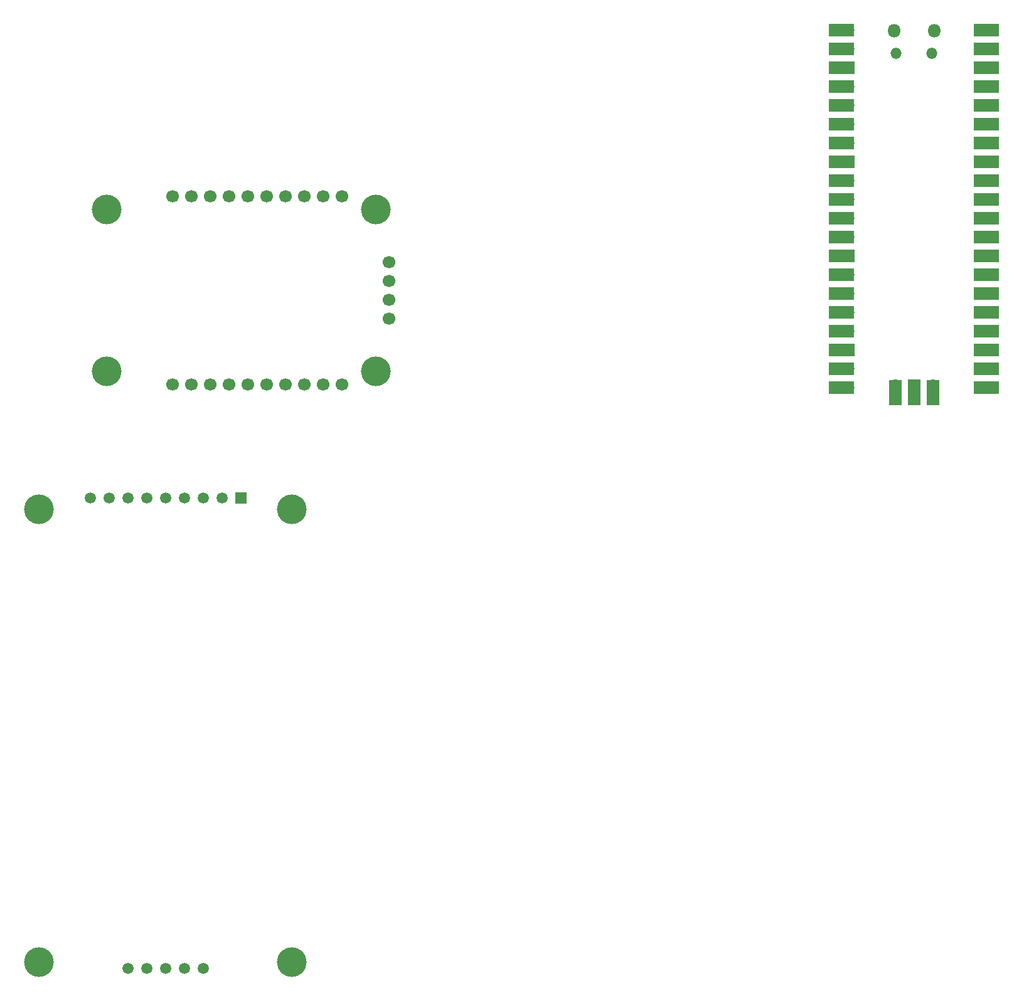
<source format=gbr>
%TF.GenerationSoftware,KiCad,Pcbnew,9.0.2*%
%TF.CreationDate,2025-05-23T00:22:39+05:30*%
%TF.ProjectId,Indira_Setu,496e6469-7261-45f5-9365-74752e6b6963,rev?*%
%TF.SameCoordinates,Original*%
%TF.FileFunction,Soldermask,Top*%
%TF.FilePolarity,Negative*%
%FSLAX46Y46*%
G04 Gerber Fmt 4.6, Leading zero omitted, Abs format (unit mm)*
G04 Created by KiCad (PCBNEW 9.0.2) date 2025-05-23 00:22:39*
%MOMM*%
%LPD*%
G01*
G04 APERTURE LIST*
%ADD10C,4.000000*%
%ADD11R,1.500000X1.500000*%
%ADD12C,1.500000*%
%ADD13O,1.800000X1.800000*%
%ADD14O,1.500000X1.500000*%
%ADD15O,1.700000X1.700000*%
%ADD16R,3.500000X1.700000*%
%ADD17R,1.700000X1.700000*%
%ADD18R,1.700000X3.500000*%
%ADD19C,1.700000*%
G04 APERTURE END LIST*
D10*
%TO.C,U2*%
X82550000Y-97042500D03*
X48450000Y-97042500D03*
X82550000Y-158242500D03*
X48450000Y-158242500D03*
D11*
X75660000Y-95542500D03*
D12*
X73120000Y-95542500D03*
X70580000Y-95542500D03*
X68040000Y-95542500D03*
X65500000Y-95542500D03*
X62960000Y-95542500D03*
X60420000Y-95542500D03*
X57880000Y-95542500D03*
X55340000Y-95542500D03*
X70580000Y-159062500D03*
X68040000Y-159062500D03*
X65500000Y-159062500D03*
X62960000Y-159062500D03*
X60420000Y-159062500D03*
%TD*%
D13*
%TO.C,U1*%
X163775000Y-32500000D03*
D14*
X164075000Y-35530000D03*
X168925000Y-35530000D03*
D13*
X169225000Y-32500000D03*
D15*
X157610000Y-32370000D03*
D16*
X156710000Y-32370000D03*
D15*
X157610000Y-34910000D03*
D16*
X156710000Y-34910000D03*
D17*
X157610000Y-37450000D03*
D16*
X156710000Y-37450000D03*
D15*
X157610000Y-39990000D03*
D16*
X156710000Y-39990000D03*
D15*
X157610000Y-42530000D03*
D16*
X156710000Y-42530000D03*
D15*
X157610000Y-45070000D03*
D16*
X156710000Y-45070000D03*
D15*
X157610000Y-47610000D03*
D16*
X156710000Y-47610000D03*
D17*
X157610000Y-50150000D03*
D16*
X156710000Y-50150000D03*
D15*
X157610000Y-52690000D03*
D16*
X156710000Y-52690000D03*
D15*
X157610000Y-55230000D03*
D16*
X156710000Y-55230000D03*
D15*
X157610000Y-57770000D03*
D16*
X156710000Y-57770000D03*
D15*
X157610000Y-60310000D03*
D16*
X156710000Y-60310000D03*
D17*
X157610000Y-62850000D03*
D16*
X156710000Y-62850000D03*
D15*
X157610000Y-65390000D03*
D16*
X156710000Y-65390000D03*
D15*
X157610000Y-67930000D03*
D16*
X156710000Y-67930000D03*
D15*
X157610000Y-70470000D03*
D16*
X156710000Y-70470000D03*
D15*
X157610000Y-73010000D03*
D16*
X156710000Y-73010000D03*
D17*
X157610000Y-75550000D03*
D16*
X156710000Y-75550000D03*
D15*
X157610000Y-78090000D03*
D16*
X156710000Y-78090000D03*
D15*
X157610000Y-80630000D03*
D16*
X156710000Y-80630000D03*
D15*
X175390000Y-80630000D03*
D16*
X176290000Y-80630000D03*
D15*
X175390000Y-78090000D03*
D16*
X176290000Y-78090000D03*
D17*
X175390000Y-75550000D03*
D16*
X176290000Y-75550000D03*
D15*
X175390000Y-73010000D03*
D16*
X176290000Y-73010000D03*
D15*
X175390000Y-70470000D03*
D16*
X176290000Y-70470000D03*
D15*
X175390000Y-67930000D03*
D16*
X176290000Y-67930000D03*
D15*
X175390000Y-65390000D03*
D16*
X176290000Y-65390000D03*
D17*
X175390000Y-62850000D03*
D16*
X176290000Y-62850000D03*
D15*
X175390000Y-60310000D03*
D16*
X176290000Y-60310000D03*
D15*
X175390000Y-57770000D03*
D16*
X176290000Y-57770000D03*
D15*
X175390000Y-55230000D03*
D16*
X176290000Y-55230000D03*
D15*
X175390000Y-52690000D03*
D16*
X176290000Y-52690000D03*
D17*
X175390000Y-50150000D03*
D16*
X176290000Y-50150000D03*
D15*
X175390000Y-47610000D03*
D16*
X176290000Y-47610000D03*
D15*
X175390000Y-45070000D03*
D16*
X176290000Y-45070000D03*
D15*
X175390000Y-42530000D03*
D16*
X176290000Y-42530000D03*
D15*
X175390000Y-39990000D03*
D16*
X176290000Y-39990000D03*
D17*
X175390000Y-37450000D03*
D16*
X176290000Y-37450000D03*
D15*
X175390000Y-34910000D03*
D16*
X176290000Y-34910000D03*
D15*
X175390000Y-32370000D03*
D16*
X176290000Y-32370000D03*
D15*
X163960000Y-80400000D03*
D18*
X163960000Y-81300000D03*
D17*
X166500000Y-80400000D03*
D18*
X166500000Y-81300000D03*
D15*
X169040000Y-80400000D03*
D18*
X169040000Y-81300000D03*
%TD*%
D10*
%TO.C,CJMCU_FT1*%
X57548000Y-78452000D03*
X93870000Y-78452000D03*
X57548000Y-56608000D03*
X93870000Y-56608000D03*
D19*
X95648000Y-68800000D03*
X86758000Y-80230000D03*
X95648000Y-63720000D03*
X89298000Y-54830000D03*
X86758000Y-54830000D03*
X84218000Y-54830000D03*
X81678000Y-54830000D03*
X79138000Y-54830000D03*
X76598000Y-54830000D03*
X74058000Y-54830000D03*
X71518000Y-54830000D03*
X68978000Y-54830000D03*
X66438000Y-54830000D03*
X66438000Y-80230000D03*
X68978000Y-80230000D03*
X71518000Y-80230000D03*
X74058000Y-80230000D03*
X76598000Y-80230000D03*
X79138000Y-80230000D03*
X81678000Y-80230000D03*
X84218000Y-80230000D03*
X89298000Y-80230000D03*
X95648000Y-71340000D03*
X95648000Y-66260000D03*
%TD*%
M02*

</source>
